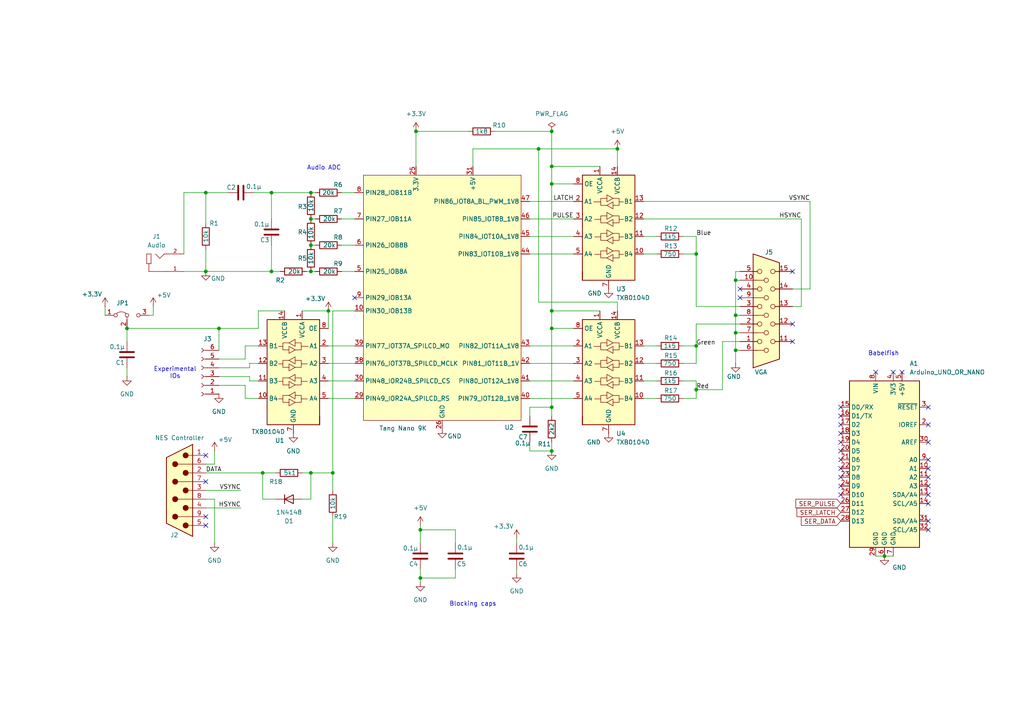
<source format=kicad_sch>
(kicad_sch (version 20231120) (generator "eeschema") (generator_version "8.0")
  (paper "A4")
  (lib_symbols
    (symbol "Connector:Conn_01x06_Socket" (pin_names (offset 1.016) hide)
      (property "Reference" "J" (at 0 7.62 0))
      (property "Value" "Conn_01x06_Socket" (at 0 -10.16 0))
      (symbol "Conn_01x06_Socket_1_1"
        (arc (start 0 -7.112) (mid -0.5058 -7.62) (end 0 -8.128) (stroke (width 0.1524)))
        (arc (start 0 -4.572) (mid -0.5058 -5.08) (end 0 -5.588) (stroke (width 0.1524)))
        (arc (start 0 -2.032) (mid -0.5058 -2.54) (end 0 -3.048) (stroke (width 0.1524)))
        (polyline (pts (xy -1.27 -7.62) (xy -0.508 -7.62)) (stroke (width 0.1524)))
        (polyline (pts (xy -1.27 -5.08) (xy -0.508 -5.08)) (stroke (width 0.1524)))
        (polyline (pts (xy -1.27 -2.54) (xy -0.508 -2.54)) (stroke (width 0.1524)))
        (polyline (pts (xy -1.27 0) (xy -0.508 0)) (stroke (width 0.1524)))
        (polyline (pts (xy -1.27 2.54) (xy -0.508 2.54)) (stroke (width 0.1524)))
        (polyline (pts (xy -1.27 5.08) (xy -0.508 5.08)) (stroke (width 0.1524)))
        (arc (start 0 0.508) (mid -0.5058 0) (end 0 -0.508) (stroke (width 0.1524)))
        (arc (start 0 3.048) (mid -0.5058 2.54) (end 0 2.032) (stroke (width 0.1524)))
        (arc (start 0 5.588) (mid -0.5058 5.08) (end 0 4.572) (stroke (width 0.1524)))
        (pin passive line (at -5.08 5.08 0) (length 3.81) (name "Pin_1") (number "1"))
        (pin passive line (at -5.08 2.54 0) (length 3.81) (name "Pin_2") (number "2"))
        (pin passive line (at -5.08 0 0) (length 3.81) (name "Pin_3") (number "3"))
        (pin passive line (at -5.08 -2.54 0) (length 3.81) (name "Pin_4") (number "4"))
        (pin passive line (at -5.08 -5.08 0) (length 3.81) (name "Pin_5") (number "5"))
        (pin passive line (at -5.08 -7.62 0) (length 3.81) (name "Pin_6") (number "6"))
      )
    )
    (symbol "Connector:DE9_Plug" (pin_names (offset 1.016) hide)
      (property "Reference" "J" (at 0 13.97 0))
      (property "Value" "DE9_Plug" (at 0 -14.605 0))
      (symbol "DE9_Plug_0_1"
        (circle (center -1.778 -10.16) (radius 0.762) (fill (type outline)))
        (circle (center -1.778 -5.08) (radius 0.762) (fill (type outline)))
        (circle (center -1.778 0) (radius 0.762) (fill (type outline)))
        (circle (center -1.778 5.08) (radius 0.762) (fill (type outline)))
        (circle (center -1.778 10.16) (radius 0.762) (fill (type outline)))
        (polyline (pts (xy -3.81 -10.16) (xy -2.54 -10.16)))
        (polyline (pts (xy -3.81 -7.62) (xy 0.508 -7.62)))
        (polyline (pts (xy -3.81 -5.08) (xy -2.54 -5.08)))
        (polyline (pts (xy -3.81 -2.54) (xy 0.508 -2.54)))
        (polyline (pts (xy -3.81 0) (xy -2.54 0)))
        (polyline (pts (xy -3.81 2.54) (xy 0.508 2.54)))
        (polyline (pts (xy -3.81 5.08) (xy -2.54 5.08)))
        (polyline (pts (xy -3.81 7.62) (xy 0.508 7.62)))
        (polyline (pts (xy -3.81 10.16) (xy -2.54 10.16)))
        (polyline (pts (xy -3.81 -13.335) (xy -3.81 13.335) (xy 3.81 9.525) (xy 3.81 -9.525) (xy -3.81 -13.335)) (stroke (width 0.254)) (fill (type background)))
        (circle (center 1.27 -7.62) (radius 0.762) (fill (type outline)))
        (circle (center 1.27 -2.54) (radius 0.762) (fill (type outline)))
        (circle (center 1.27 2.54) (radius 0.762) (fill (type outline)))
        (circle (center 1.27 7.62) (radius 0.762) (fill (type outline)))
      )
      (symbol "DE9_Plug_1_1"
        (pin passive line (at -7.62 -10.16 0) (length 3.81) (name "1") (number "1"))
        (pin passive line (at -7.62 -5.08 0) (length 3.81) (name "2") (number "2"))
        (pin passive line (at -7.62 0 0) (length 3.81) (name "3") (number "3"))
        (pin passive line (at -7.62 5.08 0) (length 3.81) (name "4") (number "4"))
        (pin passive line (at -7.62 10.16 0) (length 3.81) (name "5") (number "5"))
        (pin passive line (at -7.62 -7.62 0) (length 3.81) (name "6") (number "6"))
        (pin passive line (at -7.62 -2.54 0) (length 3.81) (name "7") (number "7"))
        (pin passive line (at -7.62 2.54 0) (length 3.81) (name "8") (number "8"))
        (pin passive line (at -7.62 7.62 0) (length 3.81) (name "9") (number "9"))
      )
    )
    (symbol "DE15_Receptacle_HighDensity_1" (pin_names (offset 1.016) hide)
      (property "Reference" "J" (at 0 21.59 0))
      (property "Value" "DE15_Receptacle_HighDensity" (at 0 19.05 0))
      (symbol "DE15_Receptacle_HighDensity_1_0_1"
        (circle (center -1.905 -10.16) (radius 0.635))
        (circle (center -1.905 -5.08) (radius 0.635))
        (circle (center -1.905 0) (radius 0.635))
        (circle (center -1.905 5.08) (radius 0.635))
        (circle (center -1.905 10.16) (radius 0.635))
        (circle (center 0 -7.62) (radius 0.635))
        (circle (center 0 -2.54) (radius 0.635))
        (polyline (pts (xy -3.175 7.62) (xy -0.635 7.62)))
        (polyline (pts (xy -0.635 -7.62) (xy -3.175 -7.62)))
        (polyline (pts (xy -0.635 -2.54) (xy -3.175 -2.54)))
        (polyline (pts (xy -0.635 2.54) (xy -3.175 2.54)))
        (polyline (pts (xy -0.635 12.7) (xy -3.175 12.7)))
        (polyline (pts (xy -3.81 17.78) (xy -3.81 -15.24) (xy 3.81 -12.7) (xy 3.81 15.24) (xy -3.81 17.78)) (stroke (width 0.254)) (fill (type background)))
        (circle (center 0 2.54) (radius 0.635))
        (circle (center 0 7.62) (radius 0.635))
        (circle (center 0 12.7) (radius 0.635))
        (circle (center 1.905 -10.16) (radius 0.635))
        (circle (center 1.905 -5.08) (radius 0.635))
        (circle (center 1.905 0) (radius 0.635))
        (circle (center 1.905 5.08) (radius 0.635))
        (circle (center 1.905 10.16) (radius 0.635))
      )
      (symbol "DE15_Receptacle_HighDensity_1_1_1"
        (pin passive line (at -7.62 10.16 0) (length 5.08) (name "~") (number "1"))
        (pin passive line (at -7.62 -7.62 0) (length 5.08) (name "~") (number "10"))
        (pin passive line (at 7.62 10.16 180) (length 5.08) (name "~") (number "11"))
        (pin passive line (at 7.62 5.08 180) (length 5.08) (name "~") (number "12"))
        (pin passive line (at 7.62 0 180) (length 5.08) (name "~") (number "13"))
        (pin passive line (at 7.62 -5.08 180) (length 5.08) (name "~") (number "14"))
        (pin passive line (at 7.62 -10.16 180) (length 5.08) (name "~") (number "15"))
        (pin passive line (at -7.62 5.08 0) (length 5.08) (name "~") (number "2"))
        (pin passive line (at -7.62 0 0) (length 5.08) (name "~") (number "3"))
        (pin passive line (at -7.62 -5.08 0) (length 5.08) (name "~") (number "4"))
        (pin passive line (at -7.62 -10.16 0) (length 5.08) (name "~") (number "5"))
        (pin passive line (at -7.62 12.7 0) (length 5.08) (name "~") (number "6"))
        (pin passive line (at -7.62 7.62 0) (length 5.08) (name "~") (number "7"))
        (pin passive line (at -7.62 2.54 0) (length 5.08) (name "~") (number "8"))
        (pin passive line (at -7.62 -2.54 0) (length 5.08) (name "~") (number "9"))
      )
    )
    (symbol "Device:C" (pin_numbers hide) (pin_names (offset 0.254))
      (property "Reference" "C" (at 0.635 2.54 0))
      (property "Value" "C" (at 0.635 -2.54 0))
      (symbol "C_0_1"
        (polyline (pts (xy -2.032 -0.762) (xy 2.032 -0.762)) (stroke (width 0.508)))
        (polyline (pts (xy -2.032 0.762) (xy 2.032 0.762)) (stroke (width 0.508)))
      )
      (symbol "C_1_1"
        (pin passive line (at 0 3.81 270) (length 2.794) (name "~") (number "1"))
        (pin passive line (at 0 -3.81 90) (length 2.794) (name "~") (number "2"))
      )
    )
    (symbol "Device:R" (pin_numbers hide) (pin_names (offset 0))
      (property "Reference" "R" (at 2.032 0 90))
      (property "Value" "R" (at 0 0 90))
      (symbol "R_0_1"
        (rectangle (start -1.016 -2.54) (end 1.016 2.54) (stroke (width 0.254)))
      )
      (symbol "R_1_1"
        (pin passive line (at 0 3.81 270) (length 1.27) (name "~") (number "1"))
        (pin passive line (at 0 -3.81 90) (length 1.27) (name "~") (number "2"))
      )
    )
    (symbol "Diode:1N4148" (pin_numbers hide) (pin_names hide)
      (property "Reference" "D" (at 0 2.54 0))
      (property "Value" "1N4148" (at 0 -2.54 0))
      (symbol "1N4148_0_1"
        (polyline (pts (xy -1.27 1.27) (xy -1.27 -1.27)) (stroke (width 0.254)))
        (polyline (pts (xy 1.27 0) (xy -1.27 0)))
        (polyline (pts (xy 1.27 1.27) (xy 1.27 -1.27) (xy -1.27 0) (xy 1.27 1.27)) (stroke (width 0.254)))
      )
      (symbol "1N4148_1_1"
        (pin passive line (at -3.81 0 0) (length 2.54) (name "K") (number "1"))
        (pin passive line (at 3.81 0 180) (length 2.54) (name "A") (number "2"))
      )
    )
    (symbol "Jumper:Jumper_3_Bridged12" (pin_names (offset 0) hide) (exclude_from_sim yes) (in_bom no)
      (property "Reference" "JP" (at -2.54 -2.54 0))
      (property "Value" "Jumper_3_Bridged12" (at 0 2.794 0))
      (symbol "Jumper_3_Bridged12_0_0"
        (circle (center -3.302 0) (radius 0.508))
        (circle (center 0 0) (radius 0.508))
        (circle (center 3.302 0) (radius 0.508))
      )
      (symbol "Jumper_3_Bridged12_0_1"
        (arc (start -0.254 0.508) (mid -1.651 0.9912) (end -3.048 0.508))
        (polyline (pts (xy 0 -1.27) (xy 0 -0.508)))
      )
      (symbol "Jumper_3_Bridged12_1_1"
        (pin passive line (at -6.35 0 0) (length 2.54) (name "A") (number "1"))
        (pin passive line (at 0 -3.81 90) (length 2.54) (name "C") (number "2"))
        (pin passive line (at 6.35 0 180) (length 2.54) (name "B") (number "3"))
      )
    )
    (symbol "Logic_LevelTranslator:TXB0104D"
      (property "Reference" "U" (at -6.35 16.51 0))
      (property "Value" "TXB0104D" (at 3.81 16.51 0))
      (symbol "TXB0104D_0_1"
        (rectangle (start -7.62 -15.24) (end -7.62 -12.7) (stroke (width 0.254)))
        (rectangle (start -7.62 15.24) (end 7.62 -15.24) (stroke (width 0.254)) (fill (type background)))
        (polyline (pts (xy -2.286 -7.747) (xy -2.286 -6.731) (xy -0.508 -6.731)))
        (polyline (pts (xy -2.286 -2.667) (xy -2.286 -1.651) (xy -0.508 -1.651)))
        (polyline (pts (xy -2.286 2.413) (xy -2.286 3.429) (xy -0.508 3.429)))
        (polyline (pts (xy -2.286 7.493) (xy -2.286 8.509) (xy -0.508 8.509)))
        (polyline (pts (xy 3.048 -7.747) (xy 3.048 -8.763) (xy 1.27 -8.763)))
        (polyline (pts (xy 3.048 -2.667) (xy 3.048 -3.683) (xy 1.27 -3.683)))
        (polyline (pts (xy 3.048 2.413) (xy 3.048 1.397) (xy 1.27 1.397)))
        (polyline (pts (xy 3.048 7.493) (xy 3.048 6.477) (xy 1.27 6.477)))
        (polyline (pts (xy -0.508 -8.763) (xy -2.286 -8.763) (xy -2.286 -7.747) (xy -4.064 -7.747)))
        (polyline (pts (xy -0.508 -8.763) (xy 1.27 -7.747) (xy 1.27 -9.779) (xy -0.508 -8.763)))
        (polyline (pts (xy -0.508 -3.683) (xy -2.286 -3.683) (xy -2.286 -2.667) (xy -4.064 -2.667)))
        (polyline (pts (xy -0.508 -3.683) (xy 1.27 -2.667) (xy 1.27 -4.699) (xy -0.508 -3.683)))
        (polyline (pts (xy -0.508 1.397) (xy -2.286 1.397) (xy -2.286 2.413) (xy -4.064 2.413)))
        (polyline (pts (xy -0.508 1.397) (xy 1.27 2.413) (xy 1.27 0.381) (xy -0.508 1.397)))
        (polyline (pts (xy -0.508 6.477) (xy -2.286 6.477) (xy -2.286 7.493) (xy -4.318 7.493)))
        (polyline (pts (xy -0.508 6.477) (xy 1.27 7.493) (xy 1.27 5.461) (xy -0.508 6.477)))
        (polyline (pts (xy 1.27 -6.731) (xy -0.508 -7.747) (xy -0.508 -5.715) (xy 1.27 -6.731)))
        (polyline (pts (xy 1.27 -6.731) (xy 3.048 -6.731) (xy 3.048 -7.747) (xy 4.318 -7.747)))
        (polyline (pts (xy 1.27 -1.651) (xy -0.508 -2.667) (xy -0.508 -0.635) (xy 1.27 -1.651)))
        (polyline (pts (xy 1.27 -1.651) (xy 3.048 -1.651) (xy 3.048 -2.667) (xy 4.318 -2.667)))
        (polyline (pts (xy 1.27 3.429) (xy -0.508 2.413) (xy -0.508 4.445) (xy 1.27 3.429)))
        (polyline (pts (xy 1.27 3.429) (xy 3.048 3.429) (xy 3.048 2.413) (xy 4.318 2.413)))
        (polyline (pts (xy 1.27 8.509) (xy -0.508 7.493) (xy -0.508 9.525) (xy 1.27 8.509)))
        (polyline (pts (xy 1.27 8.509) (xy 3.048 8.509) (xy 3.048 7.493) (xy 4.318 7.493)))
      )
      (symbol "TXB0104D_1_1"
        (pin power_in line (at -2.54 17.78 270) (length 2.54) (name "VCCA") (number "1"))
        (pin bidirectional line (at 10.16 -7.62 180) (length 2.54) (name "B4") (number "10"))
        (pin bidirectional line (at 10.16 -2.54 180) (length 2.54) (name "B3") (number "11"))
        (pin bidirectional line (at 10.16 2.54 180) (length 2.54) (name "B2") (number "12"))
        (pin bidirectional line (at 10.16 7.62 180) (length 2.54) (name "B1") (number "13"))
        (pin power_in line (at 2.54 17.78 270) (length 2.54) (name "VCCB") (number "14"))
        (pin bidirectional line (at -10.16 7.62 0) (length 2.54) (name "A1") (number "2"))
        (pin bidirectional line (at -10.16 2.54 0) (length 2.54) (name "A2") (number "3"))
        (pin bidirectional line (at -10.16 -2.54 0) (length 2.54) (name "A3") (number "4"))
        (pin bidirectional line (at -10.16 -7.62 0) (length 2.54) (name "A4") (number "5"))
        (pin no_connect line (at -7.62 -12.7 0) (length 2.54) hide (name "NC") (number "6"))
        (pin power_in line (at 0 -17.78 90) (length 2.54) (name "GND") (number "7"))
        (pin input line (at -10.16 12.7 0) (length 2.54) (name "OE") (number "8"))
        (pin no_connect line (at 7.62 -12.7 180) (length 2.54) hide (name "NC") (number "9"))
      )
    )
    (symbol "MCU_Module:Arduino_UNO_R3"
      (property "Reference" "A" (at -10.16 23.495 0))
      (property "Value" "Arduino_UNO_R3" (at 5.08 -26.67 0))
      (symbol "Arduino_UNO_R3_0_1"
        (rectangle (start -10.16 22.86) (end 10.16 -25.4) (stroke (width 0.254)) (fill (type background)))
      )
      (symbol "Arduino_UNO_R3_1_1"
        (pin no_connect line (at -10.16 -20.32 0) (length 2.54) hide (name "NC") (number "1"))
        (pin bidirectional line (at 12.7 -2.54 180) (length 2.54) (name "A1") (number "10"))
        (pin bidirectional line (at 12.7 -5.08 180) (length 2.54) (name "A2") (number "11"))
        (pin bidirectional line (at 12.7 -7.62 180) (length 2.54) (name "A3") (number "12"))
        (pin bidirectional line (at 12.7 -10.16 180) (length 2.54) (name "SDA/A4") (number "13"))
        (pin bidirectional line (at 12.7 -12.7 180) (length 2.54) (name "SCL/A5") (number "14"))
        (pin bidirectional line (at -12.7 15.24 0) (length 2.54) (name "D0/RX") (number "15"))
        (pin bidirectional line (at -12.7 12.7 0) (length 2.54) (name "D1/TX") (number "16"))
        (pin bidirectional line (at -12.7 10.16 0) (length 2.54) (name "D2") (number "17"))
        (pin bidirectional line (at -12.7 7.62 0) (length 2.54) (name "D3") (number "18"))
        (pin bidirectional line (at -12.7 5.08 0) (length 2.54) (name "D4") (number "19"))
        (pin output line (at 12.7 10.16 180) (length 2.54) (name "IOREF") (number "2"))
        (pin bidirectional line (at -12.7 2.54 0) (length 2.54) (name "D5") (number "20"))
        (pin bidirectional line (at -12.7 0 0) (length 2.54) (name "D6") (number "21"))
        (pin bidirectional line (at -12.7 -2.54 0) (length 2.54) (name "D7") (number "22"))
        (pin bidirectional line (at -12.7 -5.08 0) (length 2.54) (name "D8") (number "23"))
        (pin bidirectional line (at -12.7 -7.62 0) (length 2.54) (name "D9") (number "24"))
        (pin bidirectional line (at -12.7 -10.16 0) (length 2.54) (name "D10") (number "25"))
        (pin bidirectional line (at -12.7 -12.7 0) (length 2.54) (name "D11") (number "26"))
        (pin bidirectional line (at -12.7 -15.24 0) (length 2.54) (name "D12") (number "27"))
        (pin bidirectional line (at -12.7 -17.78 0) (length 2.54) (name "D13") (number "28"))
        (pin power_in line (at -2.54 -27.94 90) (length 2.54) (name "GND") (number "29"))
        (pin input line (at 12.7 15.24 180) (length 2.54) (name "~{RESET}") (number "3"))
        (pin input line (at 12.7 5.08 180) (length 2.54) (name "AREF") (number "30"))
        (pin bidirectional line (at 12.7 -17.78 180) (length 2.54) (name "SDA/A4") (number "31"))
        (pin bidirectional line (at 12.7 -20.32 180) (length 2.54) (name "SCL/A5") (number "32"))
        (pin power_out line (at 2.54 25.4 270) (length 2.54) (name "3V3") (number "4"))
        (pin power_out line (at 5.08 25.4 270) (length 2.54) (name "+5V") (number "5"))
        (pin power_in line (at 0 -27.94 90) (length 2.54) (name "GND") (number "6"))
        (pin power_in line (at 2.54 -27.94 90) (length 2.54) (name "GND") (number "7"))
        (pin power_in line (at -2.54 25.4 270) (length 2.54) (name "VIN") (number "8"))
        (pin bidirectional line (at 12.7 0 180) (length 2.54) (name "A0") (number "9"))
      )
    )
    (symbol "parts:RCJ-041" (pin_names (offset 1.016))
      (property "Reference" "J" (at -5.6324 4.096 0))
      (property "Value" "RCJ-041" (at -5.1169 -5.6268 0))
      (symbol "RCJ-041_0_0"
        (polyline (pts (xy -5.715 -0.254) (xy -5.08 -0.254)) (stroke (width 0.1524)))
        (polyline (pts (xy -5.715 2.54) (xy -5.715 -0.254)) (stroke (width 0.1524)))
        (polyline (pts (xy -5.08 -2.54) (xy -5.08 -0.254)) (stroke (width 0.1524)))
        (polyline (pts (xy -5.08 -0.254) (xy -4.445 -0.254)) (stroke (width 0.1524)))
        (polyline (pts (xy -4.445 -0.254) (xy -4.445 2.54)) (stroke (width 0.1524)))
        (polyline (pts (xy -4.445 2.54) (xy -5.715 2.54)) (stroke (width 0.1524)))
        (polyline (pts (xy -1.905 1.27) (xy -3.175 2.54)) (stroke (width 0.1524)))
        (polyline (pts (xy -0.635 2.54) (xy -1.905 1.27)) (stroke (width 0.1524)))
        (polyline (pts (xy 0 -2.54) (xy -5.08 -2.54)) (stroke (width 0.1524)))
        (polyline (pts (xy 0 2.54) (xy -0.635 2.54)) (stroke (width 0.1524)))
        (pin passive line (at 5.08 -2.54 180) (length 5.08) (name "~") (number "1"))
        (pin passive line (at 5.08 2.54 180) (length 5.08) (name "~") (number "2"))
      )
    )
    (symbol "parts:Tang_Nano_9K"
      (property "Reference" "U" (at 9.652 -39.624 0))
      (property "Value" "Tang Nano 9K" (at 0 -10.16 0))
      (property "Footprint" "parts:TangNano9k" (at 8.89 -2.54 0))
      (symbol "Tang_Nano_9K_1_1"
        (rectangle (start -22.86 33.02) (end 22.86 -38.1) (fill (type background)))
        (pin bidirectional line (at -25.4 -6.35 0) (length 2.54) (name "PIN30_IOB13B") (number "10"))
        (pin power_out line (at -7.62 35.56 270) (length 2.54) (name "3.3V") (number "25"))
        (pin power_out line (at 0 -40.64 90) (length 2.54) (name "GND") (number "26"))
        (pin bidirectional line (at -25.4 -31.75 0) (length 2.54) (name "PIN49_IOR24A_SPILCD_RS") (number "29"))
        (pin bidirectional line (at -25.4 -26.67 0) (length 2.54) (name "PIN48_IOR24B_SPILCD_CS") (number "30"))
        (pin power_out line (at 8.89 35.56 270) (length 2.54) (name "+5V") (number "31"))
        (pin bidirectional line (at -25.4 -21.59 0) (length 2.54) (name "PIN76_IOT37B_SPILCD_MCLK") (number "38"))
        (pin bidirectional line (at -25.4 -16.51 0) (length 2.54) (name "PIN77_IOT37A_SPILCD_MO") (number "39"))
        (pin bidirectional line (at 25.4 -31.75 180) (length 2.54) (name "PIN79_IOT12B_1V8") (number "40"))
        (pin bidirectional line (at 25.4 -26.67 180) (length 2.54) (name "PIN80_IOT12A_1V8") (number "41"))
        (pin bidirectional line (at 25.4 -21.59 180) (length 2.54) (name "PIN81_IOT11B_1V") (number "42"))
        (pin bidirectional line (at 25.4 -16.51 180) (length 2.54) (name "PIN82_IOT11A_1V8") (number "43"))
        (pin bidirectional line (at 25.4 10.16 180) (length 2.54) (name "PIN83_IOT10B_1V8") (number "44"))
        (pin bidirectional line (at 25.4 15.24 180) (length 2.54) (name "PIN84_IOT10A_1V8") (number "45"))
        (pin bidirectional line (at 25.4 20.32 180) (length 2.54) (name "PIN85_IOT8B_1V8") (number "46"))
        (pin bidirectional line (at 25.4 25.4 180) (length 2.54) (name "PIN86_IOT8A_BL_PWM_1V8") (number "47"))
        (pin bidirectional line (at -25.4 5.08 0) (length 2.54) (name "PIN25_IOB8A") (number "5"))
        (pin bidirectional line (at -25.4 12.7 0) (length 2.54) (name "PIN26_IOB8B") (number "6"))
        (pin bidirectional line (at -25.4 20.32 0) (length 2.54) (name "PIN27_IOB11A") (number "7"))
        (pin bidirectional line (at -25.4 27.94 0) (length 2.54) (name "PIN28_IOB11B") (number "8"))
        (pin bidirectional line (at -25.4 -2.54 0) (length 2.54) (name "PIN29_IOB13A") (number "9"))
      )
    )
    (symbol "power:+3.3V" (power) (pin_numbers hide) (pin_names (offset 0) hide)
      (property "Value" "+3.3V" (at 0 3.556 0))
      (symbol "+3.3V_0_1"
        (polyline (pts (xy -0.762 1.27) (xy 0 2.54)))
        (polyline (pts (xy 0 0) (xy 0 2.54)))
        (polyline (pts (xy 0 2.54) (xy 0.762 1.27)))
      )
      (symbol "+3.3V_1_1"
        (pin power_in line (at 0 0 90) (length 0) (name "~") (number "1"))
      )
    )
    (symbol "power:+5V" (power) (pin_numbers hide) (pin_names (offset 0) hide)
      (property "Value" "+5V" (at 0 3.556 0))
      (symbol "+5V_0_1"
        (polyline (pts (xy -0.762 1.27) (xy 0 2.54)))
        (polyline (pts (xy 0 0) (xy 0 2.54)))
        (polyline (pts (xy 0 2.54) (xy 0.762 1.27)))
      )
      (symbol "+5V_1_1"
        (pin power_in line (at 0 0 90) (length 0) (name "~") (number "1"))
      )
    )
    (symbol "power:GND" (power) (pin_numbers hide) (pin_names (offset 0) hide)
      (property "Value" "GND" (at 0 -3.81 0))
      (symbol "GND_0_1"
        (polyline (pts (xy 0 0) (xy 0 -1.27) (xy 1.27 -1.27) (xy 0 -2.54) (xy -1.27 -1.27) (xy 0 -1.27)))
      )
      (symbol "GND_1_1"
        (pin power_in line (at 0 0 270) (length 0) (name "~") (number "1"))
      )
    )
    (symbol "power:PWR_FLAG" (power) (pin_numbers hide) (pin_names (offset 0) hide)
      (property "Value" "PWR_FLAG" (at 0 3.81 0))
      (symbol "PWR_FLAG_0_0"
        (pin power_out line (at 0 0 90) (length 0) (name "~") (number "1"))
      )
      (symbol "PWR_FLAG_0_1"
        (polyline (pts (xy 0 0) (xy 0 1.27) (xy -1.016 1.905) (xy 0 2.54) (xy 1.016 1.905) (xy 0 1.27)))
      )
    )
  )
  (junction (at 96.52 137.16))
  (junction (at 36.83 95.25))
  (junction (at 179.07 43.18))
  (junction (at 256.54 161.29))
  (junction (at 78.74 78.74))
  (junction (at 213.36 96.52))
  (junction (at 90.17 137.16))
  (junction (at 90.17 55.88))
  (junction (at 213.36 81.28))
  (junction (at 160.02 118.11))
  (junction (at 201.93 73.66))
  (junction (at 90.17 78.74))
  (junction (at 121.92 153.67))
  (junction (at 213.36 91.44))
  (junction (at 156.21 43.18))
  (junction (at 120.65 38.1))
  (junction (at 95.25 90.17))
  (junction (at 76.2 137.16))
  (junction (at 78.74 55.88))
  (junction (at 160.02 90.17))
  (junction (at 59.69 78.74))
  (junction (at 160.02 130.81))
  (junction (at 160.02 95.25))
  (junction (at 160.02 53.34))
  (junction (at 201.93 100.33))
  (junction (at 201.93 113.03))
  (junction (at 160.02 38.1))
  (junction (at 213.36 101.6))
  (junction (at 59.69 55.88))
  (junction (at 90.17 71.12))
  (junction (at 160.02 48.26))
  (junction (at 90.17 63.5))
  (junction (at 63.5 95.25))
  (junction (at 121.92 167.64))
  (no_connect (at 243.84 118.11))
  (no_connect (at 243.84 135.89))
  (no_connect (at 269.24 128.27))
  (no_connect (at 243.84 140.97))
  (no_connect (at 269.24 135.89))
  (no_connect (at 59.69 152.4))
  (no_connect (at 59.69 132.08))
  (no_connect (at 229.87 78.74))
  (no_connect (at 59.69 149.86))
  (no_connect (at 214.63 83.82))
  (no_connect (at 243.84 120.65))
  (no_connect (at 229.87 99.06))
  (no_connect (at 261.62 107.95))
  (no_connect (at 59.69 139.7))
  (no_connect (at 259.08 107.95))
  (no_connect (at 243.84 130.81))
  (no_connect (at 269.24 151.13))
  (no_connect (at 269.24 138.43))
  (no_connect (at 243.84 123.19))
  (no_connect (at 102.87 86.36))
  (no_connect (at 254 107.95))
  (no_connect (at 269.24 140.97))
  (no_connect (at 229.87 93.98))
  (no_connect (at 269.24 133.35))
  (no_connect (at 269.24 118.11))
  (no_connect (at 269.24 153.67))
  (no_connect (at 269.24 143.51))
  (no_connect (at 243.84 143.51))
  (no_connect (at 269.24 123.19))
  (no_connect (at 243.84 128.27))
  (no_connect (at 243.84 125.73))
  (no_connect (at 243.84 133.35))
  (no_connect (at 269.24 146.05))
  (no_connect (at 243.84 138.43))
  (no_connect (at 214.63 86.36))
  (wire (pts (xy 63.5 111.76) (xy 71.12 111.76)))
  (wire (pts (xy 62.23 130.81) (xy 62.23 134.62)))
  (wire (pts (xy 36.83 95.25) (xy 36.83 99.06)))
  (wire (pts (xy 213.36 81.28) (xy 213.36 78.74)))
  (wire (pts (xy 166.37 95.25) (xy 160.02 95.25)))
  (wire (pts (xy 198.12 68.58) (xy 201.93 68.58)))
  (wire (pts (xy 88.9 78.74) (xy 90.17 78.74)))
  (wire (pts (xy 229.87 88.9) (xy 232.41 88.9)))
  (wire (pts (xy 121.92 153.67) (xy 132.08 153.67)))
  (wire (pts (xy 53.34 78.74) (xy 59.69 78.74)))
  (wire (pts (xy 53.34 55.88) (xy 59.69 55.88)))
  (wire (pts (xy 73.66 55.88) (xy 78.74 55.88)))
  (wire (pts (xy 143.51 38.1) (xy 160.02 38.1)))
  (wire (pts (xy 201.93 105.41) (xy 198.12 105.41)))
  (wire (pts (xy 63.5 109.22) (xy 72.39 109.22)))
  (wire (pts (xy 102.87 90.17) (xy 96.52 90.17)))
  (wire (pts (xy 186.69 100.33) (xy 190.5 100.33)))
  (wire (pts (xy 156.21 43.18) (xy 156.21 87.63)))
  (wire (pts (xy 96.52 149.86) (xy 96.52 157.48)))
  (wire (pts (xy 160.02 90.17) (xy 160.02 95.25)))
  (wire (pts (xy 198.12 73.66) (xy 201.93 73.66)))
  (wire (pts (xy 186.69 58.42) (xy 234.95 58.42)))
  (wire (pts (xy 76.2 137.16) (xy 80.01 137.16)))
  (wire (pts (xy 153.67 128.27) (xy 153.67 130.81)))
  (wire (pts (xy 71.12 111.76) (xy 71.12 115.57)))
  (wire (pts (xy 201.93 93.98) (xy 201.93 100.33)))
  (wire (pts (xy 96.52 137.16) (xy 96.52 142.24)))
  (wire (pts (xy 179.07 43.18) (xy 179.07 48.26)))
  (wire (pts (xy 90.17 55.88) (xy 91.44 55.88)))
  (wire (pts (xy 190.5 73.66) (xy 186.69 73.66)))
  (wire (pts (xy 214.63 101.6) (xy 213.36 101.6)))
  (wire (pts (xy 186.69 105.41) (xy 190.5 105.41)))
  (wire (pts (xy 63.5 104.14) (xy 71.12 104.14)))
  (wire (pts (xy 254 161.29) (xy 256.54 161.29)))
  (wire (pts (xy 53.34 73.66) (xy 53.34 55.88)))
  (wire (pts (xy 90.17 144.78) (xy 90.17 137.16)))
  (wire (pts (xy 213.36 91.44) (xy 214.63 91.44)))
  (wire (pts (xy 78.74 55.88) (xy 90.17 55.88)))
  (wire (pts (xy 190.5 68.58) (xy 186.69 68.58)))
  (wire (pts (xy 87.63 90.17) (xy 95.25 90.17)))
  (wire (pts (xy 153.67 118.11) (xy 160.02 118.11)))
  (wire (pts (xy 153.67 68.58) (xy 166.37 68.58)))
  (wire (pts (xy 121.92 167.64) (xy 121.92 168.91)))
  (wire (pts (xy 160.02 38.1) (xy 160.02 48.26)))
  (wire (pts (xy 153.67 130.81) (xy 160.02 130.81)))
  (wire (pts (xy 63.5 106.68) (xy 72.39 106.68)))
  (wire (pts (xy 71.12 104.14) (xy 71.12 100.33)))
  (wire (pts (xy 153.67 63.5) (xy 166.37 63.5)))
  (wire (pts (xy 87.63 144.78) (xy 90.17 144.78)))
  (wire (pts (xy 95.25 110.49) (xy 102.87 110.49)))
  (wire (pts (xy 59.69 72.39) (xy 59.69 78.74)))
  (wire (pts (xy 90.17 63.5) (xy 91.44 63.5)))
  (wire (pts (xy 95.25 100.33) (xy 102.87 100.33)))
  (wire (pts (xy 78.74 78.74) (xy 81.28 78.74)))
  (wire (pts (xy 153.67 73.66) (xy 166.37 73.66)))
  (wire (pts (xy 120.65 48.26) (xy 120.65 38.1)))
  (wire (pts (xy 36.83 95.25) (xy 63.5 95.25)))
  (wire (pts (xy 186.69 63.5) (xy 232.41 63.5)))
  (wire (pts (xy 72.39 110.49) (xy 74.93 110.49)))
  (wire (pts (xy 72.39 109.22) (xy 72.39 110.49)))
  (wire (pts (xy 198.12 100.33) (xy 201.93 100.33)))
  (wire (pts (xy 232.41 88.9) (xy 232.41 63.5)))
  (wire (pts (xy 201.93 113.03) (xy 201.93 115.57)))
  (wire (pts (xy 153.67 115.57) (xy 166.37 115.57)))
  (wire (pts (xy 120.65 38.1) (xy 135.89 38.1)))
  (wire (pts (xy 209.55 113.03) (xy 209.55 99.06)))
  (wire (pts (xy 160.02 128.27) (xy 160.02 130.81)))
  (wire (pts (xy 74.93 95.25) (xy 63.5 95.25)))
  (wire (pts (xy 198.12 110.49) (xy 201.93 110.49)))
  (wire (pts (xy 99.06 78.74) (xy 102.87 78.74)))
  (wire (pts (xy 153.67 110.49) (xy 166.37 110.49)))
  (wire (pts (xy 213.36 81.28) (xy 214.63 81.28)))
  (wire (pts (xy 96.52 90.17) (xy 96.52 137.16)))
  (wire (pts (xy 213.36 101.6) (xy 213.36 105.41)))
  (wire (pts (xy 201.93 113.03) (xy 209.55 113.03)))
  (wire (pts (xy 201.93 115.57) (xy 198.12 115.57)))
  (wire (pts (xy 90.17 71.12) (xy 91.44 71.12)))
  (wire (pts (xy 156.21 87.63) (xy 179.07 87.63)))
  (wire (pts (xy 95.25 105.41) (xy 102.87 105.41)))
  (wire (pts (xy 62.23 157.48) (xy 62.23 144.78)))
  (wire (pts (xy 179.07 87.63) (xy 179.07 90.17)))
  (wire (pts (xy 201.93 88.9) (xy 214.63 88.9)))
  (wire (pts (xy 156.21 43.18) (xy 179.07 43.18)))
  (wire (pts (xy 234.95 58.42) (xy 234.95 83.82)))
  (wire (pts (xy 74.93 90.17) (xy 74.93 95.25)))
  (wire (pts (xy 76.2 137.16) (xy 76.2 144.78)))
  (wire (pts (xy 153.67 100.33) (xy 166.37 100.33)))
  (wire (pts (xy 66.04 55.88) (xy 59.69 55.88)))
  (wire (pts (xy 209.55 99.06) (xy 214.63 99.06)))
  (wire (pts (xy 44.45 91.44) (xy 44.45 88.9)))
  (wire (pts (xy 153.67 105.41) (xy 166.37 105.41)))
  (wire (pts (xy 234.95 83.82) (xy 229.87 83.82)))
  (wire (pts (xy 201.93 68.58) (xy 201.93 73.66)))
  (wire (pts (xy 160.02 95.25) (xy 160.02 118.11)))
  (wire (pts (xy 72.39 105.41) (xy 74.93 105.41)))
  (wire (pts (xy 137.16 48.26) (xy 137.16 43.18)))
  (wire (pts (xy 90.17 78.74) (xy 91.44 78.74)))
  (wire (pts (xy 160.02 53.34) (xy 166.37 53.34)))
  (wire (pts (xy 173.99 48.26) (xy 160.02 48.26)))
  (wire (pts (xy 78.74 71.12) (xy 78.74 78.74)))
  (wire (pts (xy 256.54 161.29) (xy 259.08 161.29)))
  (wire (pts (xy 99.06 55.88) (xy 102.87 55.88)))
  (wire (pts (xy 36.83 106.68) (xy 36.83 109.22)))
  (wire (pts (xy 121.92 165.1) (xy 121.92 167.64)))
  (wire (pts (xy 201.93 113.03) (xy 201.93 110.49)))
  (wire (pts (xy 99.06 63.5) (xy 102.87 63.5)))
  (wire (pts (xy 149.86 165.1) (xy 149.86 166.37)))
  (wire (pts (xy 186.69 110.49) (xy 190.5 110.49)))
  (wire (pts (xy 213.36 78.74) (xy 214.63 78.74)))
  (wire (pts (xy 149.86 156.21) (xy 149.86 157.48)))
  (wire (pts (xy 160.02 118.11) (xy 160.02 120.65)))
  (wire (pts (xy 160.02 90.17) (xy 173.99 90.17)))
  (wire (pts (xy 71.12 100.33) (xy 74.93 100.33)))
  (wire (pts (xy 87.63 137.16) (xy 90.17 137.16)))
  (wire (pts (xy 59.69 142.24) (xy 69.85 142.24)))
  (wire (pts (xy 59.69 147.32) (xy 69.85 147.32)))
  (wire (pts (xy 95.25 90.17) (xy 95.25 95.25)))
  (wire (pts (xy 82.55 90.17) (xy 74.93 90.17)))
  (wire (pts (xy 90.17 137.16) (xy 96.52 137.16)))
  (wire (pts (xy 160.02 48.26) (xy 160.02 53.34)))
  (wire (pts (xy 121.92 167.64) (xy 132.08 167.64)))
  (wire (pts (xy 30.48 91.44) (xy 30.48 88.9)))
  (wire (pts (xy 121.92 153.67) (xy 121.92 157.48)))
  (wire (pts (xy 59.69 134.62) (xy 62.23 134.62)))
  (wire (pts (xy 43.18 91.44) (xy 44.45 91.44)))
  (wire (pts (xy 201.93 73.66) (xy 201.93 88.9)))
  (wire (pts (xy 121.92 152.4) (xy 121.92 153.67)))
  (wire (pts (xy 213.36 96.52) (xy 214.63 96.52)))
  (wire (pts (xy 132.08 165.1) (xy 132.08 167.64)))
  (wire (pts (xy 95.25 115.57) (xy 102.87 115.57)))
  (wire (pts (xy 132.08 153.67) (xy 132.08 157.48)))
  (wire (pts (xy 63.5 95.25) (xy 63.5 101.6)))
  (wire (pts (xy 137.16 43.18) (xy 156.21 43.18)))
  (wire (pts (xy 153.67 118.11) (xy 153.67 120.65)))
  (wire (pts (xy 76.2 144.78) (xy 80.01 144.78)))
  (wire (pts (xy 201.93 100.33) (xy 201.93 105.41)))
  (wire (pts (xy 160.02 53.34) (xy 160.02 90.17)))
  (wire (pts (xy 213.36 91.44) (xy 213.36 81.28)))
  (wire (pts (xy 213.36 96.52) (xy 213.36 91.44)))
  (wire (pts (xy 213.36 101.6) (xy 213.36 96.52)))
  (wire (pts (xy 201.93 93.98) (xy 214.63 93.98)))
  (wire (pts (xy 59.69 144.78) (xy 62.23 144.78)))
  (wire (pts (xy 72.39 106.68) (xy 72.39 105.41)))
  (wire (pts (xy 59.69 78.74) (xy 78.74 78.74)))
  (wire (pts (xy 153.67 58.42) (xy 166.37 58.42)))
  (wire (pts (xy 59.69 55.88) (xy 59.69 64.77)))
  (wire (pts (xy 78.74 55.88) (xy 78.74 63.5)))
  (wire (pts (xy 99.06 71.12) (xy 102.87 71.12)))
  (wire (pts (xy 71.12 115.57) (xy 74.93 115.57)))
  (wire (pts (xy 59.69 137.16) (xy 76.2 137.16)))
  (wire (pts (xy 186.69 115.57) (xy 190.5 115.57)))
  (text "Audio ADC" (at 93.98 48.768 0) (effects (font (size 1.27 1.27))))
  (text "Blocking caps" (at 137.16 175.26 0) (effects (font (size 1.27 1.27))))
  (text "Experimental\nIOs" (at 50.8 108.204 0) (effects (font (size 1.27 1.27))))
  (text "Babelfish" (at 256.286 102.616 0) (effects (font (size 1.27 1.27))))
  (label "LATCH" (at 166.37 58.42 180))
  (label "DATA" (at 59.69 137.16 0))
  (label "VSYNC" (at 234.95 58.42 180))
  (label "Red" (at 201.93 113.03 0))
  (label "VSYNC" (at 69.85 142.24 180))
  (label "PULSE" (at 166.37 63.5 180))
  (label "Blue" (at 201.93 68.58 0))
  (label "HSYNC" (at 232.41 63.5 180))
  (label "HSYNC" (at 69.85 147.32 180))
  (label "Green" (at 201.93 100.33 0))
  (global_label "SER_DATA" (shape input) (at 243.84 151.13 180) (property "Intersheetrefs" "${INTERSHEET_REFS}" (effects (hide yes))))
  (global_label "SER_PULSE" (shape input) (at 243.84 146.05 180) (property "Intersheetrefs" "${INTERSHEET_REFS}" (effects (hide yes))))
  (global_label "SER_LATCH" (shape input) (at 243.84 148.59 180) (property "Intersheetrefs" "${INTERSHEET_REFS}" (effects (hide yes))))
  (symbol (lib_id "Device:R") (at 95.25 55.88 90) (unit 1)
    (property "Reference" "R6" (at 98.044 53.594 90))
    (property "Value" "20k" (at 95.25 55.88 90))
    (property "Footprint" "Resistor_THT:R_Axial_DIN0207_L6.3mm_D2.5mm_P7.62mm_Horizontal" (effects (hide yes)))
    (property "Description" "Resistor" (effects (hide yes)))
  )
  (symbol (lib_id "power:GND") (at 96.52 157.48 0) (unit 1)
    (property "Reference" "#PWR022" (effects (hide yes)))
    (property "Value" "GND" (at 96.52 162.56 0))
    (property "Description" "Power symbol creates a global label with name \"GND\" , ground" (effects (hide yes)))
  )
  (symbol (lib_id "Device:C") (at 36.83 102.87 0) (unit 1)
    (property "Reference" "C1" (at 33.528 105.156 0) (effects (justify left)))
    (property "Value" "0.1µ" (at 31.75 100.584 0) (effects (justify left)))
    (property "Footprint" "Capacitor_THT:C_Disc_D5.0mm_W2.5mm_P2.50mm" (effects (hide yes)))
    (property "Description" "Unpolarized capacitor" (effects (hide yes)))
  )
  (symbol (lib_id "power:+5V") (at 44.45 88.9 0) (unit 1)
    (property "Reference" "#PWR03" (effects (hide yes)))
    (property "Value" "+5V" (at 47.498 85.598 0))
    (property "Description" "Power symbol creates a global label with name \"+5V\"" (effects (hide yes)))
  )
  (symbol (lib_id "Device:C") (at 132.08 161.29 180) (unit 1)
    (property "Reference" "C5" (at 133.858 163.576 0))
    (property "Value" "0.1µ" (at 134.874 158.75 0))
    (property "Footprint" "Capacitor_SMD:C_1206_3216Metric_Pad1.33x1.80mm_HandSolder" (effects (hide yes)))
    (property "Description" "Unpolarized capacitor" (effects (hide yes)))
  )
  (symbol (lib_id "Device:R") (at 90.17 59.69 0) (unit 1)
    (property "Reference" "R3" (at 86.36 59.944 0) (effects (justify left)))
    (property "Value" "10k" (at 90.17 61.468 90) (effects (justify left)))
    (property "Footprint" "Resistor_THT:R_Axial_DIN0207_L6.3mm_D2.5mm_P7.62mm_Horizontal" (effects (hide yes)))
    (property "Description" "Resistor" (effects (hide yes)))
  )
  (symbol (lib_id "Device:R") (at 194.31 73.66 90) (unit 1)
    (property "Reference" "R13" (at 194.564 71.374 90))
    (property "Value" "750" (at 194.31 73.66 90))
    (property "Footprint" "Resistor_THT:R_Axial_DIN0207_L6.3mm_D2.5mm_P7.62mm_Horizontal" (effects (hide yes)))
    (property "Description" "Resistor" (effects (hide yes)))
  )
  (symbol (lib_id "power:+3.3V") (at 149.86 156.21 0) (unit 1)
    (property "Reference" "#PWR012" (effects (hide yes)))
    (property "Value" "+3.3V" (at 146.05 152.654 0))
    (property "Description" "Power symbol creates a global label with name \"+3.3V\"" (effects (hide yes)))
  )
  (symbol (lib_id "power:GND") (at 36.83 109.22 0) (unit 1)
    (property "Reference" "#PWR02" (effects (hide yes)))
    (property "Value" "GND" (at 36.83 114.3 0))
    (property "Description" "Power symbol creates a global label with name \"GND\" , ground" (effects (hide yes)))
  )
  (symbol (lib_id "Device:R") (at 194.31 110.49 90) (unit 1)
    (property "Reference" "R16" (at 194.564 108.204 90))
    (property "Value" "1k5" (at 194.31 110.49 90))
    (property "Footprint" "Resistor_THT:R_Axial_DIN0207_L6.3mm_D2.5mm_P7.62mm_Horizontal" (effects (hide yes)))
    (property "Description" "Resistor" (effects (hide yes)))
  )
  (symbol (lib_id "power:GND") (at 128.27 124.46 0) (unit 1)
    (property "Reference" "#PWR015" (effects (hide yes)))
    (property "Value" "GND" (at 131.826 126.492 0))
    (property "Description" "Power symbol creates a global label with name \"GND\" , ground" (effects (hide yes)))
  )
  (symbol (lib_id "Device:R") (at 90.17 74.93 0) (unit 1)
    (property "Reference" "R5" (at 86.36 74.93 0) (effects (justify left)))
    (property "Value" "10k" (at 90.17 76.708 90) (effects (justify left)))
    (property "Footprint" "Resistor_THT:R_Axial_DIN0207_L6.3mm_D2.5mm_P7.62mm_Horizontal" (effects (hide yes)))
    (property "Description" "Resistor" (effects (hide yes)))
  )
  (symbol (lib_id "power:GND") (at 176.53 125.73 0) (unit 1)
    (property "Reference" "#PWR018" (effects (hide yes)))
    (property "Value" "GND" (at 172.212 128.27 0))
    (property "Description" "Power symbol creates a global label with name \"GND\" , ground" (effects (hide yes)))
  )
  (symbol (lib_id "power:+3.3V") (at 95.25 90.17 0) (unit 1)
    (property "Reference" "#PWR011" (effects (hide yes)))
    (property "Value" "+3.3V" (at 91.44 86.614 0))
    (property "Description" "Power symbol creates a global label with name \"+3.3V\"" (effects (hide yes)))
  )
  (symbol (lib_id "power:GND") (at 85.09 125.73 0) (unit 1)
    (property "Reference" "#PWR08" (effects (hide yes)))
    (property "Value" "GND" (at 85.09 130.81 0))
    (property "Description" "Power symbol creates a global label with name \"GND\" , ground" (effects (hide yes)))
  )
  (symbol (lib_id "Logic_LevelTranslator:TXB0104D") (at 176.53 107.95 0) (unit 1)
    (property "Reference" "U4" (at 178.7241 125.73 0) (effects (justify left)))
    (property "Value" "TXB0104D" (at 178.7241 128.27 0) (effects (justify left)))
    (property "Footprint" "Package_SO:SOIC-14_3.9x8.7mm_P1.27mm" (effects (hide yes)))
    (property "Datasheet" "http://www.ti.com/lit/ds/symlink/txb0104.pdf" (effects (hide yes)))
    (property "Description" "4-Bit Bidirectional Voltage-Level Translator, Auto Direction Sensing and ±15-kV ESD Protection, 1.2 - 3.6V APort, 1.65 - 5.5V BPort, SOIC-14" (effects (hide yes)))
  )
  (symbol (lib_id "Device:R") (at 95.25 63.5 90) (unit 1)
    (property "Reference" "R7" (at 98.044 61.214 90))
    (property "Value" "20k" (at 95.504 63.5 90))
    (property "Footprint" "Resistor_THT:R_Axial_DIN0207_L6.3mm_D2.5mm_P7.62mm_Horizontal" (effects (hide yes)))
    (property "Description" "Resistor" (effects (hide yes)))
  )
  (symbol (lib_name "DE15_Receptacle_HighDensity_1") (lib_id "Connector:DE15_Receptacle_HighDensity") (at 222.25 88.9 0) (mirror x) (unit 1)
    (property "Reference" "J5" (at 223.012 73.152 0))
    (property "Value" "VGA" (at 220.726 107.95 0))
    (property "Footprint" "parts:AMPHENOL_L77HDE15SD1CH4R" (effects (hide yes)))
    (property "Datasheet" " ~" (effects (hide yes)))
    (property "Description" "15-pin female receptacle socket D-SUB connector, High density (3 columns), Triple Row, Generic, VGA-connector" (effects (hide yes)))
  )
  (symbol (lib_id "Logic_LevelTranslator:TXB0104D") (at 176.53 66.04 0) (unit 1)
    (property "Reference" "U3" (at 178.7241 83.82 0) (effects (justify left)))
    (property "Value" "TXB0104D" (at 178.7241 86.36 0) (effects (justify left)))
    (property "Footprint" "Package_SO:SOIC-14_3.9x8.7mm_P1.27mm" (effects (hide yes)))
    (property "Datasheet" "http://www.ti.com/lit/ds/symlink/txb0104.pdf" (effects (hide yes)))
    (property "Description" "4-Bit Bidirectional Voltage-Level Translator, Auto Direction Sensing and ±15-kV ESD Protection, 1.2 - 3.6V APort, 1.65 - 5.5V BPort, SOIC-14" (effects (hide yes)))
  )
  (symbol (lib_id "power:GND") (at 59.69 78.74 0) (unit 1)
    (property "Reference" "#PWR05" (effects (hide yes)))
    (property "Value" "GND" (at 63.246 80.772 0))
    (property "Description" "Power symbol creates a global label with name \"GND\" , ground" (effects (hide yes)))
  )
  (symbol (lib_id "power:GND") (at 149.86 166.37 0) (unit 1)
    (property "Reference" "#PWR013" (effects (hide yes)))
    (property "Value" "GND" (at 149.86 171.45 0))
    (property "Description" "Power symbol creates a global label with name \"GND\" , ground" (effects (hide yes)))
  )
  (symbol (lib_id "power:PWR_FLAG") (at 160.02 38.1 0) (unit 1)
    (property "Reference" "#FLG01" (effects (hide yes)))
    (property "Value" "PWR_FLAG" (at 160.02 33.02 0))
    (property "Description" "Special symbol for telling ERC where power comes from" (effects (hide yes)))
  )
  (symbol (lib_id "Device:R") (at 96.52 146.05 0) (unit 1)
    (property "Reference" "R19" (at 96.774 149.86 0) (effects (justify left)))
    (property "Value" "10k" (at 96.52 147.828 90) (effects (justify left)))
    (property "Footprint" "Resistor_THT:R_Axial_DIN0207_L6.3mm_D2.5mm_P7.62mm_Horizontal" (effects (hide yes)))
    (property "Description" "Resistor" (effects (hide yes)))
  )
  (symbol (lib_id "Device:R") (at 59.69 68.58 0) (unit 1)
    (property "Reference" "R1" (at 60.706 64.77 0) (effects (justify left)))
    (property "Value" "10k" (at 59.69 70.358 90) (effects (justify left)))
    (property "Footprint" "Resistor_THT:R_Axial_DIN0207_L6.3mm_D2.5mm_P7.62mm_Horizontal" (effects (hide yes)))
    (property "Description" "Resistor" (effects (hide yes)))
  )
  (symbol (lib_id "Logic_LevelTranslator:TXB0104D") (at 85.09 107.95 0) (mirror y) (unit 1)
    (property "Reference" "U1" (at 79.756 127.762 0) (effects (justify right)))
    (property "Value" "TXB0104D" (at 72.898 125.222 0) (effects (justify right)))
    (property "Footprint" "Package_SO:SOIC-14_3.9x8.7mm_P1.27mm" (effects (hide yes)))
    (property "Datasheet" "http://www.ti.com/lit/ds/symlink/txb0104.pdf" (effects (hide yes)))
    (property "Description" "4-Bit Bidirectional Voltage-Level Translator, Auto Direction Sensing and ±15-kV ESD Protection, 1.2 - 3.6V APort, 1.65 - 5.5V BPort, SOIC-14" (effects (hide yes)))
  )
  (symbol (lib_id "Device:R") (at 194.31 100.33 90) (unit 1)
    (property "Reference" "R14" (at 194.564 98.044 90))
    (property "Value" "1k5" (at 194.31 100.33 90))
    (property "Footprint" "Resistor_THT:R_Axial_DIN0207_L6.3mm_D2.5mm_P7.62mm_Horizontal" (effects (hide yes)))
    (property "Description" "Resistor" (effects (hide yes)))
  )
  (symbol (lib_id "Device:C") (at 69.85 55.88 90) (unit 1)
    (property "Reference" "C2" (at 67.056 54.356 90))
    (property "Value" "0.1µ" (at 73.66 54.102 90))
    (property "Footprint" "Capacitor_THT:C_Disc_D5.0mm_W2.5mm_P2.50mm" (effects (hide yes)))
    (property "Description" "Unpolarized capacitor" (effects (hide yes)))
  )
  (symbol (lib_id "Device:R") (at 90.17 67.31 0) (unit 1)
    (property "Reference" "R4" (at 86.36 67.31 0) (effects (justify left)))
    (property "Value" "10k" (at 90.17 69.342 90) (effects (justify left)))
    (property "Footprint" "Resistor_THT:R_Axial_DIN0207_L6.3mm_D2.5mm_P7.62mm_Horizontal" (effects (hide yes)))
    (property "Description" "Resistor" (effects (hide yes)))
  )
  (symbol (lib_id "Device:R") (at 194.31 105.41 90) (unit 1)
    (property "Reference" "R15" (at 194.564 103.124 90))
    (property "Value" "750" (at 194.31 105.41 90))
    (property "Footprint" "Resistor_THT:R_Axial_DIN0207_L6.3mm_D2.5mm_P7.62mm_Horizontal" (effects (hide yes)))
    (property "Description" "Resistor" (effects (hide yes)))
  )
  (symbol (lib_id "power:+3.3V") (at 30.48 88.9 0) (unit 1)
    (property "Reference" "#PWR01" (effects (hide yes)))
    (property "Value" "+3.3V" (at 26.67 85.344 0))
    (property "Description" "Power symbol creates a global label with name \"+3.3V\"" (effects (hide yes)))
  )
  (symbol (lib_id "power:GND") (at 62.23 157.48 0) (unit 1)
    (property "Reference" "#PWR04" (effects (hide yes)))
    (property "Value" "GND" (at 62.23 162.56 0))
    (property "Description" "Power symbol creates a global label with name \"GND\" , ground" (effects (hide yes)))
  )
  (symbol (lib_id "Connector:Conn_01x06_Socket") (at 58.42 109.22 180) (unit 1)
    (property "Reference" "J3" (at 60.198 98.298 0))
    (property "Value" "Conn_01x06_Socket" (effects (hide yes)))
    (property "Footprint" "Connector_PinSocket_2.54mm:PinSocket_1x06_P2.54mm_Vertical" (effects (hide yes)))
    (property "Description" "Generic connector, single row, 01x06, script generated" (effects (hide yes)))
  )
  (symbol (lib_id "Device:R") (at 95.25 71.12 90) (unit 1)
    (property "Reference" "R8" (at 98.044 68.834 90))
    (property "Value" "20k" (at 95.504 71.12 90))
    (property "Footprint" "Resistor_THT:R_Axial_DIN0207_L6.3mm_D2.5mm_P7.62mm_Horizontal" (effects (hide yes)))
    (property "Description" "Resistor" (effects (hide yes)))
  )
  (symbol (lib_id "Device:C") (at 121.92 161.29 0) (unit 1)
    (property "Reference" "C4" (at 118.618 163.576 0) (effects (justify left)))
    (property "Value" "0.1µ" (at 116.84 159.004 0) (effects (justify left)))
    (property "Footprint" "Capacitor_THT:C_Disc_D5.0mm_W2.5mm_P2.50mm" (effects (hide yes)))
    (property "Description" "Unpolarized capacitor" (effects (hide yes)))
  )
  (symbol (lib_id "power:+5V") (at 62.23 130.81 0) (unit 1)
    (property "Reference" "#PWR07" (effects (hide yes)))
    (property "Value" "+5V" (at 65.278 127.508 0))
    (property "Description" "Power symbol creates a global label with name \"+5V\"" (effects (hide yes)))
  )
  (symbol (lib_id "MCU_Module:Arduino_UNO_R3") (at 256.54 133.35 0) (unit 1) (on_board no)
    (property "Reference" "A1" (at 263.8141 105.41 0) (effects (justify left)))
    (property "Value" "Arduino_UNO_OR_NANO" (at 263.8141 107.95 0) (effects (justify left)))
    (property "Footprint" "Module:Arduino_UNO_R3" (effects (hide yes)))
    (property "Datasheet" "https://www.arduino.cc/en/Main/arduinoBoardUno" (effects (hide yes)))
    (property "Description" "Arduino UNO Microcontroller Module, release 3" (effects (hide yes)))
  )
  (symbol (lib_id "Device:C") (at 78.74 67.31 0) (unit 1)
    (property "Reference" "C3" (at 75.438 69.596 0) (effects (justify left)))
    (property "Value" "0.1µ" (at 73.66 65.024 0) (effects (justify left)))
    (property "Footprint" "Capacitor_THT:C_Disc_D5.0mm_W2.5mm_P2.50mm" (effects (hide yes)))
    (property "Description" "Unpolarized capacitor" (effects (hide yes)))
  )
  (symbol (lib_id "Device:R") (at 194.31 68.58 90) (unit 1)
    (property "Reference" "R12" (at 194.564 66.294 90))
    (property "Value" "1k5" (at 194.31 68.58 90))
    (property "Footprint" "Resistor_THT:R_Axial_DIN0207_L6.3mm_D2.5mm_P7.62mm_Horizontal" (effects (hide yes)))
    (property "Description" "Resistor" (effects (hide yes)))
  )
  (symbol (lib_id "power:+5V") (at 179.07 43.18 0) (unit 1)
    (property "Reference" "#PWR019" (effects (hide yes)))
    (property "Value" "+5V" (at 179.07 38.1 0))
    (property "Description" "Power symbol creates a global label with name \"+5V\"" (effects (hide yes)))
  )
  (symbol (lib_id "Device:C") (at 149.86 161.29 180) (unit 1)
    (property "Reference" "C6" (at 151.638 163.576 0))
    (property "Value" "0.1µ" (at 152.654 158.75 0))
    (property "Footprint" "Capacitor_SMD:C_1206_3216Metric_Pad1.33x1.80mm_HandSolder" (effects (hide yes)))
    (property "Description" "Unpolarized capacitor" (effects (hide yes)))
  )
  (symbol (lib_id "Device:C") (at 153.67 124.46 0) (unit 1)
    (property "Reference" "C7" (at 150.368 126.746 0) (effects (justify left)))
    (property "Value" "0.1µ" (at 149.352 128.524 0) (effects (justify left)))
    (property "Footprint" "Capacitor_THT:C_Disc_D5.0mm_W2.5mm_P2.50mm" (effects (hide yes)))
    (property "Description" "Unpolarized capacitor" (effects (hide yes)))
  )
  (symbol (lib_id "power:+3.3V") (at 120.65 38.1 0) (unit 1)
    (property "Reference" "#PWR014" (effects (hide yes)))
    (property "Value" "+3.3V" (at 120.65 33.02 0))
    (property "Description" "Power symbol creates a global label with name \"+3.3V\"" (effects (hide yes)))
  )
  (symbol (lib_id "Device:R") (at 194.31 115.57 90) (unit 1)
    (property "Reference" "R17" (at 194.564 113.284 90))
    (property "Value" "750" (at 194.31 115.57 90))
    (property "Footprint" "Resistor_THT:R_Axial_DIN0207_L6.3mm_D2.5mm_P7.62mm_Horizontal" (effects (hide yes)))
    (property "Description" "Resistor" (effects (hide yes)))
  )
  (symbol (lib_id "Device:R") (at 95.25 78.74 90) (unit 1)
    (property "Reference" "R9" (at 98.044 76.454 90))
    (property "Value" "20k" (at 95.504 78.74 90))
    (property "Footprint" "Resistor_THT:R_Axial_DIN0207_L6.3mm_D2.5mm_P7.62mm_Horizontal" (effects (hide yes)))
    (property "Description" "Resistor" (effects (hide yes)))
  )
  (symbol (lib_id "power:GND") (at 63.5 114.3 0) (unit 1)
    (property "Reference" "#PWR06" (effects (hide yes)))
    (property "Value" "GND" (at 63.5 119.38 0))
    (property "Description" "Power symbol creates a global label with name \"GND\" , ground" (effects (hide yes)))
  )
  (symbol (lib_id "power:GND") (at 213.36 105.41 0) (unit 1)
    (property "Reference" "#PWR020" (effects (hide yes)))
    (property "Value" "GND" (at 212.852 109.22 0))
    (property "Description" "Power symbol creates a global label with name \"GND\" , ground" (effects (hide yes)))
  )
  (symbol (lib_id "parts:Tang_Nano_9K") (at 128.27 83.82 0) (unit 1)
    (property "Reference" "U2" (at 146.304 123.952 0) (effects (justify left)))
    (property "Value" "Tang Nano 9K" (at 109.982 124.206 0) (effects (justify left)))
    (property "Footprint" "parts:TangNano9k" (effects (hide yes)))
  )
  (symbol (lib_id "Jumper:Jumper_3_Bridged12") (at 36.83 91.44 0) (unit 1) (exclude_from_sim yes) (in_bom no)
    (property "Reference" "JP1" (at 35.56 87.884 0))
    (property "Value" "Jumper_3_Bridged12" (effects (hide yes)))
    (property "Footprint" "parts:Jumper" (effects (hide yes)))
    (property "Description" "Jumper, 3-pole, pins 1+2 closed/bridged" (effects (hide yes)))
  )
  (symbol (lib_id "power:+5V") (at 121.92 152.4 0) (unit 1)
    (property "Reference" "#PWR09" (effects (hide yes)))
    (property "Value" "+5V" (at 121.92 147.32 0))
    (property "Description" "Power symbol creates a global label with name \"+5V\"" (effects (hide yes)))
  )
  (symbol (lib_id "Connector:DE9_Plug") (at 52.07 142.24 180) (unit 1)
    (property "Reference" "J2" (at 50.546 155.194 0))
    (property "Value" "NES Controller" (at 52.07 127 0))
    (property "Footprint" "parts:AMPHENOL_L717SDE09PA4CH4R" (effects (hide yes)))
    (property "Datasheet" " ~" (effects (hide yes)))
    (property "Description" "9-pin male plug pin D-SUB connector" (effects (hide yes)))
  )
  (symbol (lib_id "power:GND") (at 176.53 83.82 0) (unit 1)
    (property "Reference" "#PWR017" (effects (hide yes)))
    (property "Value" "GND" (at 172.466 85.09 0))
    (property "Description" "Power symbol creates a global label with name \"GND\" , ground" (effects (hide yes)))
  )
  (symbol (lib_id "Device:R") (at 85.09 78.74 90) (unit 1)
    (property "Reference" "R2" (at 81.28 81.28 90))
    (property "Value" "20k" (at 85.344 78.74 90))
    (property "Footprint" "Resistor_THT:R_Axial_DIN0207_L6.3mm_D2.5mm_P7.62mm_Horizontal" (effects (hide yes)))
    (property "Description" "Resistor" (effects (hide yes)))
  )
  (symbol (lib_id "Device:R") (at 139.7 38.1 90) (unit 1)
    (property "Reference" "R10" (at 144.78 36.322 90))
    (property "Value" "1k8" (at 139.7 38.1 90))
    (property "Footprint" "Resistor_THT:R_Axial_DIN0207_L6.3mm_D2.5mm_P7.62mm_Horizontal" (effects (hide yes)))
    (property "Description" "Resistor" (effects (hide yes)))
  )
  (symbol (lib_id "Device:R") (at 160.02 124.46 0) (unit 1)
    (property "Reference" "R11" (at 155.956 128.778 0) (effects (justify left)))
    (property "Value" "2k2" (at 160.02 126.238 90) (effects (justify left)))
    (property "Footprint" "Resistor_THT:R_Axial_DIN0207_L6.3mm_D2.5mm_P7.62mm_Horizontal" (effects (hide yes)))
    (property "Description" "Resistor" (effects (hide yes)))
  )
  (symbol (lib_id "Device:R") (at 83.82 137.16 90) (unit 1)
    (property "Reference" "R18" (at 80.01 139.7 90))
    (property "Value" "5k1" (at 84.074 137.16 90))
    (property "Footprint" "Resistor_THT:R_Axial_DIN0207_L6.3mm_D2.5mm_P7.62mm_Horizontal" (effects (hide yes)))
    (property "Description" "Resistor" (effects (hide yes)))
  )
  (symbol (lib_id "power:GND") (at 256.54 161.29 0) (unit 1)
    (property "Reference" "#PWR021" (effects (hide yes)))
    (property "Value" "GND" (at 260.858 164.592 0))
    (property "Description" "Power symbol creates a global label with name \"GND\" , ground" (effects (hide yes)))
  )
  (symbol (lib_id "parts:RCJ-041") (at 48.26 76.2 0) (unit 1)
    (property "Reference" "J1" (at 45.4025 68.58 0))
    (property "Value" "Audio" (at 45.4025 71.12 0))
    (property "Footprint" "parts:CUI_RCJ-041" (effects (hide yes)))
    (property "Datasheet" "https://www.cuidevices.com/product/resource/rcj-01.pdf" (effects (hide yes)))
    (property "Description" "Metal Right-Angle, RCA Jack, Black Housing and Insulation" (effects (hide yes)))
    (property "MF" "CUI Devices" (effects (hide yes)))
    (property "PACKAGE" "None" (effects (hide yes)))
    (property "PRICE" "None" (effects (hide yes)))
    (property "CUI_PURCHASE_URL" "https://www.cuidevices.com/product/interconnect/connectors/rca-connectors/rcj-04-series?utm_source=snapeda.com&utm_medium=referral&utm_campaign=snapedaBOM" (effects (hide yes)))
    (property "MP" "RCJ-041" (effects (hide yes)))
    (property "AVAILABILITY" "Unavailable" (effects (hide yes)))
  )
  (symbol (lib_id "Diode:1N4148") (at 83.82 144.78 0) (mirror x) (unit 1)
    (property "Reference" "D1" (at 83.82 151.13 0))
    (property "Value" "1N4148" (at 83.82 148.59 0))
    (property "Footprint" "Diode_THT:D_DO-35_SOD27_P7.62mm_Horizontal" (effects (hide yes)))
    (property "Datasheet" "https://assets.nexperia.com/documents/data-sheet/1N4148_1N4448.pdf" (effects (hide yes)))
    (property "Description" "100V 0.15A standard switching diode, DO-35" (effects (hide yes)))
    (property "Sim.Device" "D" (effects (hide yes)))
    (property "Sim.Pins" "1=K 2=A" (effects (hide yes)))
  )
  (symbol (lib_id "power:GND") (at 121.92 168.91 0) (unit 1)
    (property "Reference" "#PWR010" (effects (hide yes)))
    (property "Value" "GND" (at 121.92 173.99 0))
    (property "Description" "Power symbol creates a global label with name \"GND\" , ground" (effects (hide yes)))
  )
  (symbol (lib_id "power:GND") (at 160.02 130.81 0) (unit 1)
    (property "Reference" "#PWR016" (effects (hide yes)))
    (property "Value" "GND" (at 160.02 135.89 0))
    (property "Description" "Power symbol creates a global label with name \"GND\" , ground" (effects (hide yes)))
  )
)
</source>
